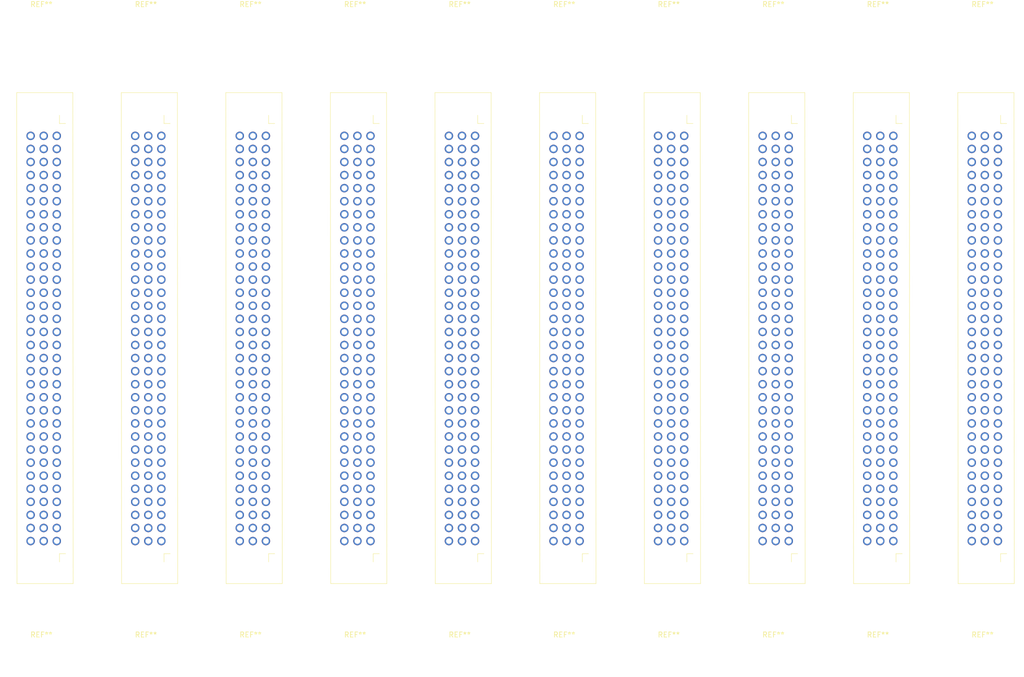
<source format=kicad_pcb>
(kicad_pcb (version 20220427) (generator pcbnew)
  (layers (0 "F.Cu" signal) (31 "B.Cu" signal) (34 "B.Paste" user) (35 "F.Paste" user) (36 "B.SilkS" user "B.Silkscreen") (37 "F.SilkS" user "F.Silkscreen") (38 "B.Mask" user) (39 "F.Mask" user) (44 "Edge.Cuts" user))
  (net 0 "")
  (footprint "MountingHole:MountingHole_2.7mm" (layer "F.Cu") (at 20.32 0)
    (fp_text reference "REF**")
    (fp_text value "MountingHole_2.7mm")
  )
  (footprint "MountingHole:MountingHole_2.7mm" (layer "F.Cu") (at 162.56 0)
    (fp_text reference "REF**")
    (fp_text value "MountingHole_2.7mm")
  )
  (footprint "09032967825:09032967825" (layer "F.Cu") (at 162.86 16.25 90)
    (fp_text reference "J8" hide)
    (fp_text value "09032967825" hide)
  )
  (footprint "MountingHole:MountingHole_2.7mm" (layer "F.Cu") (at 182.88 122.5)
    (fp_text reference "REF**")
    (fp_text value "MountingHole_2.7mm")
  )
  (footprint "MountingHole:MountingHole_2.7mm" (layer "F.Cu") (at 0 0)
    (fp_text reference "REF**")
    (fp_text value "MountingHole_2.7mm")
  )
  (footprint "09032967825:09032967825" (layer "F.Cu") (at 183.18 16.25 90)
    (fp_text reference "J9" hide)
    (fp_text value "09032967825" hide)
  )
  (footprint "MountingHole:MountingHole_2.7mm" (layer "F.Cu") (at 101.6 122.5)
    (fp_text reference "REF**")
    (fp_text value "MountingHole_2.7mm")
  )
  (footprint "MountingHole:MountingHole_2.7mm" (layer "F.Cu") (at 0 122.5)
    (fp_text reference "REF**")
    (fp_text value "MountingHole_2.7mm")
  )
  (footprint "09032967825:09032967825" (layer "F.Cu") (at 20.62 16.25 90)
    (fp_text reference "J1" hide)
    (fp_text value "09032967825" hide)
  )
  (footprint "09032967825:09032967825" (layer "F.Cu") (at 142.54 16.25 90)
    (fp_text reference "J7" hide)
    (fp_text value "09032967825" hide)
  )
  (footprint "MountingHole:MountingHole_2.7mm" (layer "F.Cu") (at 162.56 122.5)
    (fp_text reference "REF**")
    (fp_text value "MountingHole_2.7mm")
  )
  (footprint "09032967825:09032967825" (layer "F.Cu") (at 40.94 16.25 90)
    (fp_text reference "J2" hide)
    (fp_text value "09032967825" hide)
  )
  (footprint "MountingHole:MountingHole_2.7mm" (layer "F.Cu") (at 20.32 122.5)
    (fp_text reference "REF**")
    (fp_text value "MountingHole_2.7mm")
  )
  (footprint "MountingHole:MountingHole_2.7mm" (layer "F.Cu") (at 182.88 0)
    (fp_text reference "REF**")
    (fp_text value "MountingHole_2.7mm")
  )
  (footprint "MountingHole:MountingHole_2.7mm" (layer "F.Cu") (at 40.64 122.5)
    (fp_text reference "REF**")
    (fp_text value "MountingHole_2.7mm")
  )
  (footprint "MountingHole:MountingHole_2.7mm" (layer "F.Cu") (at 121.92 0)
    (fp_text reference "REF**")
    (fp_text value "MountingHole_2.7mm")
  )
  (footprint "09032967825:09032967825" (layer "F.Cu") (at 0.3 16.25 90)
    (fp_text reference "J10" hide)
    (fp_text value "09032967825" hide)
  )
  (footprint "MountingHole:MountingHole_2.7mm" (layer "F.Cu") (at 60.96 0)
    (fp_text reference "REF**")
    (fp_text value "MountingHole_2.7mm")
  )
  (footprint "MountingHole:MountingHole_2.7mm" (layer "F.Cu") (at 121.92 122.5)
    (fp_text reference "REF**")
    (fp_text value "MountingHole_2.7mm")
  )
  (footprint "09032967825:09032967825" (layer "F.Cu") (at 81.58 16.25 90)
    (fp_text reference "J4" hide)
    (fp_text value "09032967825" hide)
  )
  (footprint "MountingHole:MountingHole_2.7mm" (layer "F.Cu") (at 60.96 122.5)
    (fp_text reference "REF**")
    (fp_text value "MountingHole_2.7mm")
  )
  (footprint "MountingHole:MountingHole_2.7mm" (layer "F.Cu") (at 81.28 0)
    (fp_text reference "REF**")
    (fp_text value "MountingHole_2.7mm")
  )
  (footprint "MountingHole:MountingHole_2.7mm" (layer "F.Cu") (at 142.24 122.5)
    (fp_text reference "REF**")
    (fp_text value "MountingHole_2.7mm")
  )
  (footprint "09032967825:09032967825" (layer "F.Cu") (at 61.26 16.25 90)
    (fp_text reference "J3" hide)
    (fp_text value "09032967825" hide)
  )
  (footprint "09032967825:09032967825" (layer "F.Cu") (at 101.9 16.25 90)
    (fp_text reference "J5" hide)
    (fp_text value "09032967825" hide)
  )
  (footprint "MountingHole:MountingHole_2.7mm" (layer "F.Cu") (at 81.28 122.5)
    (fp_text reference "REF**")
    (fp_text value "MountingHole_2.7mm")
  )
  (footprint "09032967825:09032967825" (layer "F.Cu") (at 122.22 16.25 90)
    (fp_text reference "J6" hide)
    (fp_text value "09032967825" hide)
  )
  (footprint "MountingHole:MountingHole_2.7mm" (layer "F.Cu") (at 101.6 0)
    (fp_text reference "REF**")
    (fp_text value "MountingHole_2.7mm")
  )
  (footprint "MountingHole:MountingHole_2.7mm" (layer "F.Cu") (at 142.24 0)
    (fp_text reference "REF**")
    (fp_text value "MountingHole_2.7mm")
  )
  (footprint "MountingHole:MountingHole_2.7mm" (layer "F.Cu") (at 40.64 0)
    (fp_text reference "REF**")
    (fp_text value "MountingHole_2.7mm")
  )
)
</source>
